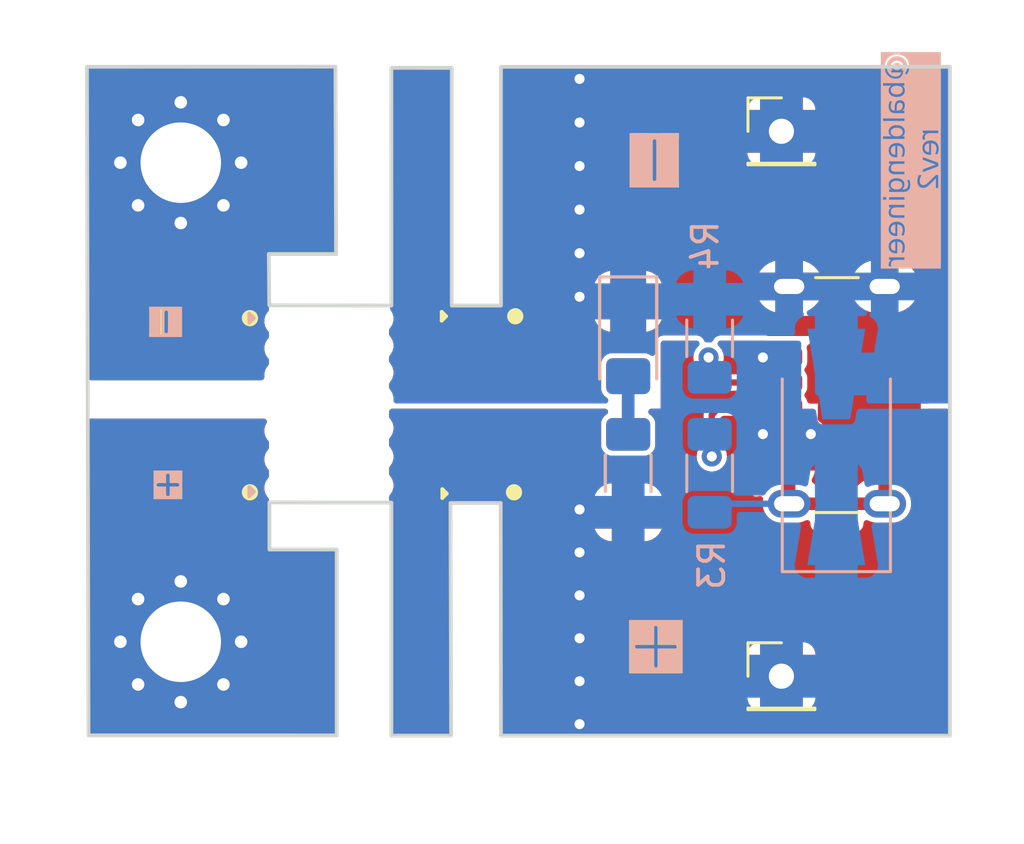
<source format=kicad_pcb>
(kicad_pcb (version 20240108) (generator "pcbnew") (generator_version "8.0")
  (title_block (title "Banana to USB-C") (date "2024-04-06") (rev "2") (company "@baldengineer"))
  (layers (0 "F.Cu" signal) (31 "B.Cu" signal) (34 "B.Paste" user) (35 "F.Paste" user) (36 "B.SilkS" user "B.Silkscreen") (37 "F.SilkS" user "F.Silkscreen") (38 "B.Mask" user) (39 "F.Mask" user) (44 "Edge.Cuts" user))
  (net 0 "")
  (net 1 "GND")
  (net 2 "/Positive")
  (net 3 "Net-(D1-A)")
  (net 4 "Net-(D2-A)")
  (net 5 "Net-(J1-CC2)")
  (net 6 "Net-(J1-CC1)")
  (footprint "" (layer "F.Cu") (at 136.89 96.122884)
    (property "Reference" "" (at 0 0 0) (layer "F.SilkS") (effects (font (size 1.27 1.27))))
    (property "Value" "" (at 0 0 0) (layer "F.SilkS") (effects (font (size 1.27 1.27))))
    (pad "" np_thru_hole circle (at 0 0) (size 0.635 0.635) (drill 0.635) (layers "F&B.Cu" "*.Mask"))
  )
  (footprint "My Libraries:25mil_Hole" (layer "F.Cu") (at 133.018494 99.55)
    (property "Reference" "REF**" (hide yes))
    (property "Value" "25mil_Hole")
    (pad "" np_thru_hole circle (at -0.127 -0.2032) (size 0.635 0.635) (drill 0.635) (layers "F&B.Cu" "*.Mask"))
  )
  (footprint "Connector_PinHeader_2.54mm:PinHeader_1x01_P2.54mm_Vertical" (layer "F.Cu") (at 152.8826 88.6714)
    (property "Reference" "J3" (hide yes))
    (property "Value" "Negative")
    (fp_line (start -1.33 -1.33) (end 0 -1.33) (stroke (width 0.12)) (layer "F.SilkS"))
    (fp_line (start -1.33 0) (end -1.33 -1.33) (stroke (width 0.12)) (layer "F.SilkS"))
    (fp_line (start -1.33 1.27) (end -1.33 1.33) (stroke (width 0.12)) (layer "F.SilkS"))
    (fp_line (start -1.33 1.27) (end 1.33 1.27) (stroke (width 0.12)) (layer "F.SilkS"))
    (fp_line (start -1.33 1.33) (end 1.33 1.33) (stroke (width 0.12)) (layer "F.SilkS"))
    (fp_line (start 1.33 1.27) (end 1.33 1.33) (stroke (width 0.12)) (layer "F.SilkS"))
    (pad "1" thru_hole rect (at 0 0) (size 1.7 1.7) (drill 1) (layers "*.Cu" "*.Mask") (net 1 "GND"))
  )
  (footprint "My Libraries:25mil_Hole" (layer "F.Cu") (at 133.018494 103.056308)
    (property "Reference" "REF**" (hide yes))
    (property "Value" "25mil_Hole")
    (pad "" np_thru_hole circle (at -0.127 -0.2032) (size 0.635 0.635) (drill 0.635) (layers "F&B.Cu" "*.Mask"))
  )
  (footprint "MountingHole:MountingHole_3.2mm_M3_Pad_Via" (layer "F.Cu") (at 129.000138 108.96825)
    (property "Reference" "H1" (hide yes))
    (property "Value" "Positive")
    (pad "1" thru_hole circle (at -2.4 0) (size 0.8 0.8) (drill 0.5) (layers "*.Cu" "*.Mask") (net 2 "/Positive"))
    (pad "1" thru_hole circle (at -1.697056 -1.697056) (size 0.8 0.8) (drill 0.5) (layers "*.Cu" "*.Mask") (net 2 "/Positive"))
    (pad "1" thru_hole circle (at -1.697056 1.697056) (size 0.8 0.8) (drill 0.5) (layers "*.Cu" "*.Mask") (net 2 "/Positive"))
    (pad "1" thru_hole circle (at 0 -2.4) (size 0.8 0.8) (drill 0.5) (layers "*.Cu" "*.Mask") (net 2 "/Positive"))
    (pad "1" thru_hole circle (at 0 0) (size 6.4 6.4) (drill 3.2) (layers "*.Cu" "*.Mask") (net 2 "/Positive"))
    (pad "1" thru_hole circle (at 0 2.4) (size 0.8 0.8) (drill 0.5) (layers "*.Cu" "*.Mask") (net 2 "/Positive"))
    (pad "1" thru_hole circle (at 1.697056 -1.697056) (size 0.8 0.8) (drill 0.5) (layers "*.Cu" "*.Mask") (net 2 "/Positive"))
    (pad "1" thru_hole circle (at 1.697056 1.697056) (size 0.8 0.8) (drill 0.5) (layers "*.Cu" "*.Mask") (net 2 "/Positive"))
    (pad "1" thru_hole circle (at 2.4 0) (size 0.8 0.8) (drill 0.5) (layers "*.Cu" "*.Mask") (net 2 "/Positive"))
  )
  (footprint "My Libraries:25mil_Hole" (layer "F.Cu") (at 133.018494 96.43124)
    (property "Reference" "REF**" (hide yes))
    (property "Value" "25mil_Hole")
    (pad "" np_thru_hole circle (at -0.127 -0.2032) (size 0.635 0.635) (drill 0.635) (layers "F&B.Cu" "*.Mask"))
  )
  (footprint "My Libraries:25mil_Hole" (layer "F.Cu") (at 128.427 99.4932)
    (property "Reference" "REF**" (hide yes))
    (property "Value" "25mil_Hole")
    (pad "" np_thru_hole circle (at -0.127 -0.2032) (size 0.635 0.635) (drill 0.635) (layers "F&B.Cu" "*.Mask"))
  )
  (footprint "My Libraries:25mil_Hole" (layer "F.Cu") (at 127.265494 99.4932)
    (property "Reference" "REF**" (hide yes))
    (property "Value" "25mil_Hole")
    (pad "" np_thru_hole circle (at -0.127 -0.2032) (size 0.635 0.635) (drill 0.635) (layers "F&B.Cu" "*.Mask"))
  )
  (footprint "My Libraries:25mil_Hole" (layer "F.Cu") (at 129.588506 99.4932)
    (property "Reference" "REF**" (hide yes))
    (property "Value" "25mil_Hole")
    (pad "" np_thru_hole circle (at -0.127 -0.2032) (size 0.635 0.635) (drill 0.635) (layers "F&B.Cu" "*.Mask"))
  )
  (footprint "Connector_PinHeader_2.54mm:PinHeader_1x01_P2.54mm_Vertical" (layer "F.Cu") (at 152.8826 110.3376)
    (property "Reference" "J2" (hide yes))
    (property "Value" "Positive")
    (fp_line (start -1.33 -1.33) (end 0 -1.33) (stroke (width 0.12)) (layer "F.SilkS"))
    (fp_line (start -1.33 0) (end -1.33 -1.33) (stroke (width 0.12)) (layer "F.SilkS"))
    (fp_line (start -1.33 1.27) (end -1.33 1.33) (stroke (width 0.12)) (layer "F.SilkS"))
    (fp_line (start -1.33 1.27) (end 1.33 1.27) (stroke (width 0.12)) (layer "F.SilkS"))
    (fp_line (start -1.33 1.33) (end 1.33 1.33) (stroke (width 0.12)) (layer "F.SilkS"))
    (fp_line (start 1.33 1.27) (end 1.33 1.33) (stroke (width 0.12)) (layer "F.SilkS"))
    (pad "1" thru_hole rect (at 0 0) (size 1.7 1.7) (drill 1) (layers "*.Cu" "*.Mask") (net 2 "/Positive"))
  )
  (footprint "My Libraries:25mil_Hole" (layer "F.Cu") (at 130.750012 99.4932)
    (property "Reference" "REF**" (hide yes))
    (property "Value" "25mil_Hole")
    (pad "" np_thru_hole circle (at -0.127 -0.2032) (size 0.635 0.635) (drill 0.635) (layers "F&B.Cu" "*.Mask"))
  )
  (footprint "Resistor_SMD:R_1206_3216Metric_Pad1.30x1.75mm_HandSolder" (layer "F.Cu") (at 146.79 102.27 90)
    (property "Reference" "R1" (hide yes))
    (property "Value" "1k")
    (fp_line (start -0.727064 -0.91) (end 0.727064 -0.91) (stroke (width 0.12)) (layer "F.SilkS"))
    (fp_line (start -0.727064 0.91) (end 0.727064 0.91) (stroke (width 0.12)) (layer "F.SilkS"))
    (pad "1" smd roundrect (at -1.55 0 90) (size 1.3 1.75) (layers "F.Cu" "F.Paste" "F.Mask") (roundrect_rratio 0.192308) (net 2 "/Positive"))
    (pad "2" smd roundrect (at 1.55 0 90) (size 1.3 1.75) (layers "F.Cu" "F.Paste" "F.Mask") (roundrect_rratio 0.192308) (net 3 "Net-(D1-A)"))
  )
  (footprint "My Libraries:25mil_Hole" (layer "F.Cu") (at 133.018494 100.783356)
    (property "Reference" "REF**" (hide yes))
    (property "Value" "25mil_Hole")
    (pad "" np_thru_hole circle (at -0.127 -0.2032) (size 0.635 0.635) (drill 0.635) (layers "F&B.Cu" "*.Mask"))
  )
  (footprint "Connector_USB:USB_C_Receptacle_GCT_USB4125-xx-x_6P_TopMnt_Horizontal" (layer "F.Cu") (at 156.19 99.16 90)
    (property "Reference" "J1" (hide yes))
    (property "Value" "USB4125-GF-A-0190")
    (fp_line (start 4.67 -0.25) (end 4.67 -1.95) (stroke (width 0.12)) (layer "F.SilkS"))
    (fp_line (start -4.67 -0.25) (end -4.67 -1.95) (stroke (width 0.12)) (layer "F.SilkS"))
    (pad "A5" smd roundrect (at -0.5 -3.08 90) (size 0.7 1.2) (layers "F.Cu" "F.Paste" "F.Mask") (net 6 "Net-(J1-CC1)"))
    (pad "A9" smd roundrect (at 1.52 -3.08 270) (size 0.76 1.2) (layers "F.Cu" "F.Paste" "F.Mask") (net 2 "/Positive"))
    (pad "A12" smd roundrect (at 2.75 -3.08 270) (size 0.8 1.2) (layers "F.Cu" "F.Paste" "F.Mask") (net 1 "GND"))
    (pad "B5" smd roundrect (at 0.5 -3.08 270) (size 0.7 1.2) (layers "F.Cu" "F.Paste" "F.Mask") (net 5 "Net-(J1-CC2)"))
    (pad "B9" smd roundrect (at -1.52 -3.08 90) (size 0.76 1.2) (layers "F.Cu" "F.Paste" "F.Mask") (net 2 "/Positive"))
    (pad "B12" smd roundrect (at -2.75 -3.08 90) (size 0.8 1.2) (layers "F.Cu" "F.Paste" "F.Mask") (net 1 "GND"))
    (pad "S1" thru_hole oval (at -4.32 -3 90) (size 1.1 1.7) (drill oval 0.6 1.2) (layers "*.Cu" "*.Mask" "F.Paste") (net 1 "GND"))
    (pad "S1" thru_hole oval (at -4.32 0.8 90) (size 1.1 1.7) (drill oval 0.6 1.2) (layers "*.Cu" "*.Mask" "F.Paste") (net 1 "GND"))
    (pad "S1" thru_hole oval (at 4.32 -3 90) (size 1.1 1.7) (drill oval 0.6 1.2) (layers "*.Cu" "*.Mask" "F.Paste") (net 1 "GND"))
    (pad "S1" thru_hole oval (at 4.32 0.8 90) (size 1.1 1.7) (drill oval 0.6 1.2) (layers "*.Cu" "*.Mask" "F.Paste") (net 1 "GND"))
  )
  (footprint "My Libraries:25mil_Hole" (layer "F.Cu") (at 131.911518 99.4932)
    (property "Reference" "REF**" (hide yes))
    (property "Value" "25mil_Hole")
    (pad "" np_thru_hole circle (at -0.127 -0.2032) (size 0.635 0.635) (drill 0.635) (layers "F&B.Cu" "*.Mask"))
  )
  (footprint "" (layer "F.Cu") (at 136.89 102.747952)
    (property "Reference" "" (at 0 0 0) (layer "F.SilkS") (effects (font (size 1.27 1.27))))
    (property "Value" "" (at 0 0 0) (layer "F.SilkS") (effects (font (size 1.27 1.27))))
    (pad "" np_thru_hole circle (at 0 0) (size 0.635 0.635) (drill 0.635) (layers "F&B.Cu" "*.Mask"))
  )
  (footprint "My Libraries:25mil_Hole" (layer "F.Cu") (at 126.103988 99.4932)
    (property "Reference" "REF**" (hide yes))
    (property "Value" "25mil_Hole")
    (pad "" np_thru_hole circle (at -0.127 -0.2032) (size 0.635 0.635) (drill 0.635) (layers "F&B.Cu" "*.Mask"))
  )
  (footprint "MountingHole:MountingHole_3.2mm_M3_Pad_Via" (layer "F.Cu") (at 129.000138 89.91825)
    (property "Reference" "H2" (hide yes))
    (property "Value" "Negative")
    (pad "1" thru_hole circle (at -2.4 0) (size 0.8 0.8) (drill 0.5) (layers "*.Cu" "*.Mask") (net 1 "GND"))
    (pad "1" thru_hole circle (at -1.697056 -1.697056) (size 0.8 0.8) (drill 0.5) (layers "*.Cu" "*.Mask") (net 1 "GND"))
    (pad "1" thru_hole circle (at -1.697056 1.697056) (size 0.8 0.8) (drill 0.5) (layers "*.Cu" "*.Mask") (net 1 "GND"))
    (pad "1" thru_hole circle (at 0 -2.4) (size 0.8 0.8) (drill 0.5) (layers "*.Cu" "*.Mask") (net 1 "GND"))
    (pad "1" thru_hole circle (at 0 0) (size 6.4 6.4) (drill 3.2) (layers "*.Cu" "*.Mask") (net 1 "GND"))
    (pad "1" thru_hole circle (at 0 2.4) (size 0.8 0.8) (drill 0.5) (layers "*.Cu" "*.Mask") (net 1 "GND"))
    (pad "1" thru_hole circle (at 1.697056 -1.697056) (size 0.8 0.8) (drill 0.5) (layers "*.Cu" "*.Mask") (net 1 "GND"))
    (pad "1" thru_hole circle (at 1.697056 1.697056) (size 0.8 0.8) (drill 0.5) (layers "*.Cu" "*.Mask") (net 1 "GND"))
    (pad "1" thru_hole circle (at 2.4 0) (size 0.8 0.8) (drill 0.5) (layers "*.Cu" "*.Mask") (net 1 "GND"))
  )
  (footprint "" (layer "F.Cu") (at 136.89 97.194764)
    (property "Reference" "" (at 0 0 0) (layer "F.SilkS") (effects (font (size 1.27 1.27))))
    (property "Value" "" (at 0 0 0) (layer "F.SilkS") (effects (font (size 1.27 1.27))))
    (pad "" np_thru_hole circle (at 0 0) (size 0.635 0.635) (drill 0.635) (layers "F&B.Cu" "*.Mask"))
  )
  (footprint "My Libraries:25mil_Hole" (layer "F.Cu") (at 133.018494 97.50312)
    (property "Reference" "REF**" (hide yes))
    (property "Value" "25mil_Hole")
    (pad "" np_thru_hole circle (at -0.127 -0.2032) (size 0.635 0.635) (drill 0.635) (layers "F&B.Cu" "*.Mask"))
  )
  (footprint "" (layer "F.Cu") (at 136.89 99.313124)
    (property "Reference" "" (at 0 0 0) (layer "F.SilkS") (effects (font (size 1.27 1.27))))
    (property "Value" "" (at 0 0 0) (layer "F.SilkS") (effects (font (size 1.27 1.27))))
    (pad "" np_thru_hole circle (at 0 0) (size 0.635 0.635) (drill 0.635) (layers "F&B.Cu" "*.Mask"))
  )
  (footprint "" (layer "F.Cu") (at 136.89 101.611476)
    (property "Reference" "" (at 0 0 0) (layer "F.SilkS") (effects (font (size 1.27 1.27))))
    (property "Value" "" (at 0 0 0) (layer "F.SilkS") (effects (font (size 1.27 1.27))))
    (pad "" np_thru_hole circle (at 0 0) (size 0.635 0.635) (drill 0.635) (layers "F&B.Cu" "*.Mask"))
  )
  (footprint "My Libraries:25mil_Hole" (layer "F.Cu") (at 133.018494 101.919832)
    (property "Reference" "REF**" (hide yes))
    (property "Value" "25mil_Hole")
    (pad "" np_thru_hole circle (at -0.127 -0.2032) (size 0.635 0.635) (drill 0.635) (layers "F&B.Cu" "*.Mask"))
  )
  (footprint "" (layer "F.Cu") (at 136.89 98.266644)
    (property "Reference" "" (at 0 0 0) (layer "F.SilkS") (effects (font (size 1.27 1.27))))
    (property "Value" "" (at 0 0 0) (layer "F.SilkS") (effects (font (size 1.27 1.27))))
    (pad "" np_thru_hole circle (at 0 0) (size 0.635 0.635) (drill 0.635) (layers "F&B.Cu" "*.Mask"))
  )
  (footprint "My Libraries:25mil_Hole" (layer "F.Cu") (at 133.018494 98.575)
    (property "Reference" "REF**" (hide yes))
    (property "Value" "25mil_Hole")
    (pad "" np_thru_hole circle (at -0.127 -0.2032) (size 0.635 0.635) (drill 0.635) (layers "F&B.Cu" "*.Mask"))
  )
  (footprint "" (layer "F.Cu") (at 136.89 100.475)
    (property "Reference" "" (at 0 0 0) (layer "F.SilkS") (effects (font (size 1.27 1.27))))
    (property "Value" "" (at 0 0 0) (layer "F.SilkS") (effects (font (size 1.27 1.27))))
    (pad "" np_thru_hole circle (at 0 0) (size 0.635 0.635) (drill 0.635) (layers "F&B.Cu" "*.Mask"))
  )
  (footprint "LED_SMD:LED_1206_3216Metric_Pad1.42x1.75mm_HandSolder" (layer "F.Cu") (at 146.79 96.92 -90)
    (property "Reference" "D1" (hide yes))
    (property "Value" "Green")
    (fp_line (start -2.46 1.135) (end 1.6 1.135) (stroke (width 0.12)) (layer "F.SilkS"))
    (fp_line (start -2.46 -1.135) (end -2.46 1.135) (stroke (width 0.12)) (layer "F.SilkS"))
    (fp_line (start 1.6 -1.135) (end -2.46 -1.135) (stroke (width 0.12)) (layer "F.SilkS"))
    (pad "1" smd roundrect (at -1.4875 0 270) (size 1.425 1.75) (layers "F.Cu" "F.Paste" "F.Mask") (roundrect_rratio 0.175439) (net 1 "GND"))
    (pad "2" smd roundrect (at 1.4875 0 270) (size 1.425 1.75) (layers "F.Cu" "F.Paste" "F.Mask") (roundrect_rratio 0.175439) (net 3 "Net-(D1-A)"))
  )
  (footprint "Resistor_SMD:R_1206_3216Metric_Pad1.30x1.75mm_HandSolder" (layer "B.Cu") (at 146.79 102.27 90)
    (property "Reference" "R2" (hide yes))
    (property "Value" "1k")
    (fp_line (start 0.727064 -0.91) (end -0.727064 -0.91) (stroke (width 0.12)) (layer "B.SilkS"))
    (fp_line (start 0.727064 0.91) (end -0.727064 0.91) (stroke (width 0.12)) (layer "B.SilkS"))
    (pad "1" smd roundrect (at -1.55 0 90) (size 1.3 1.75) (layers "B.Cu" "B.Paste" "B.Mask") (roundrect_rratio 0.192308) (net 2 "/Positive"))
    (pad "2" smd roundrect (at 1.55 0 90) (size 1.3 1.75) (layers "B.Cu" "B.Paste" "B.Mask") (roundrect_rratio 0.192308) (net 4 "Net-(D2-A)"))
  )
  (footprint "Resistor_SMD:R_1206_3216Metric_Pad1.30x1.75mm_HandSolder" (layer "B.Cu") (at 150.03 96.901 90)
    (property "Reference" "R4" (at 3.686 -0.17 -90) (layer "B.SilkS") (effects (justify mirror)))
    (property "Value" "5k1")
    (fp_line (start 0.727064 -0.91) (end -0.727064 -0.91) (stroke (width 0.12)) (layer "B.SilkS"))
    (fp_line (start 0.727064 0.91) (end -0.727064 0.91) (stroke (width 0.12)) (layer "B.SilkS"))
    (pad "1" smd roundrect (at -1.55 0 90) (size 1.3 1.75) (layers "B.Cu" "B.Paste" "B.Mask") (roundrect_rratio 0.192308) (net 5 "Net-(J1-CC2)"))
    (pad "2" smd roundrect (at 1.55 0 90) (size 1.3 1.75) (layers "B.Cu" "B.Paste" "B.Mask") (roundrect_rratio 0.192308) (net 1 "GND"))
  )
  (footprint "Diode_SMD:D_SMA-SMB_Universal_Handsoldering" (layer "B.Cu") (at 155.067 101.219 90)
    (property "Reference" "D3" (hide yes))
    (property "Value" "SMBJ6.0A")
    (fp_line (start 2.7 -2.15) (end -4.96 -2.15) (stroke (width 0.12)) (layer "B.SilkS"))
    (fp_line (start -4.96 -2.15) (end -4.96 2.15) (stroke (width 0.12)) (layer "B.SilkS"))
    (fp_line (start 2.7 2.15) (end -4.96 2.15) (stroke (width 0.12)) (layer "B.SilkS"))
    (pad "1" smd trapezoid (at -2.9 0 90) (size 3.6 1.7) (rect_delta 0.6 0) (layers "B.Cu" "B.Paste" "B.Mask") (net 2 "/Positive"))
    (pad "2" smd trapezoid (at 2.9 0 270) (size 3.6 1.7) (rect_delta 0.6 0) (layers "B.Cu" "B.Paste" "B.Mask") (net 1 "GND"))
  )
  (footprint "LED_SMD:LED_1206_3216Metric_Pad1.42x1.75mm_HandSolder" (layer "B.Cu") (at 146.79 96.92 -90)
    (property "Reference" "D2" (hide yes))
    (property "Value" "Green")
    (fp_line (start -2.46 1.135) (end 1.6 1.135) (stroke (width 0.12)) (layer "B.SilkS"))
    (fp_line (start -2.46 -1.135) (end -2.46 1.135) (stroke (width 0.12)) (layer "B.SilkS"))
    (fp_line (start 1.6 -1.135) (end -2.46 -1.135) (stroke (width 0.12)) (layer "B.SilkS"))
    (pad "1" smd roundrect (at -1.4875 0 270) (size 1.425 1.75) (layers "B.Cu" "B.Paste" "B.Mask") (roundrect_rratio 0.175439) (net 1 "GND"))
    (pad "2" smd roundrect (at 1.4875 0 270) (size 1.425 1.75) (layers "B.Cu" "B.Paste" "B.Mask") (roundrect_rratio 0.175439) (net 4 "Net-(D2-A)"))
  )
  (footprint "Resistor_SMD:R_1206_3216Metric_Pad1.30x1.75mm_HandSolder" (layer "B.Cu") (at 150.03 102.27 -90)
    (property "Reference" "R3" (at 3.648 -0.084 90) (layer "B.SilkS") (effects (justify mirror)))
    (property "Value" "5k1")
    (fp_line (start 0.727064 0.91) (end -0.727064 0.91) (stroke (width 0.12)) (layer "B.SilkS"))
    (fp_line (start 0.727064 -0.91) (end -0.727064 -0.91) (stroke (width 0.12)) (layer "B.SilkS"))
    (pad "1" smd roundrect (at -1.55 0 270) (size 1.3 1.75) (layers "B.Cu" "B.Paste" "B.Mask") (roundrect_rratio 0.192308) (net 6 "Net-(J1-CC1)"))
    (pad "2" smd roundrect (at 1.55 0 270) (size 1.3 1.75) (layers "B.Cu" "B.Paste" "B.Mask") (roundrect_rratio 0.192308) (net 1 "GND"))
  )
  (gr_rect (start 127.75 95.65) (end 129.05 95.75) (fill solid) (layer "B.SilkS"))
  (gr_rect (start 127.75 96.75) (end 129.05 96.85) (fill solid) (layer "B.SilkS"))
  (gr_line (start 131.725 95.925) (end 131.725 96.275) (stroke (width 0.15)) (layer "B.SilkS"))
  (gr_line (start 131.725 95.95) (end 131.725 95.925) (stroke (width 0.15)) (layer "B.SilkS"))
  (gr_line (start 131.725 103.175) (end 131.9 103) (stroke (width 0.15)) (layer "B.SilkS"))
  (gr_line (start 131.725 96.275) (end 131.9 96.1) (stroke (width 0.15)) (layer "B.SilkS"))
  (gr_line (start 131.725 95.925) (end 131.9 96.1) (stroke (width 0.15)) (layer "B.SilkS"))
  (gr_line (start 131.725 102.825) (end 131.725 103.175) (stroke (width 0.15)) (layer "B.SilkS"))
  (gr_rect (start 127.75 95.675) (end 128.2 96.825) (fill solid) (layer "B.SilkS"))
  (gr_rect (start 146.85 88.75) (end 147.55 90.9) (fill solid) (layer "B.SilkS"))
  (gr_rect (start 128.55 95.675) (end 129.05 96.825) (fill solid) (layer "B.SilkS"))
  (gr_line (start 131.725 102.85) (end 131.725 102.825) (stroke (width 0.15)) (layer "B.SilkS"))
  (gr_rect (start 148.1 88.75) (end 148.8 90.9) (fill solid) (layer "B.SilkS"))
  (gr_rect (start 146.85 90.7) (end 148.75 90.9) (fill solid) (layer "B.SilkS"))
  (gr_rect (start 146.85 88.75) (end 148.75 88.95) (fill solid) (layer "B.SilkS"))
  (gr_line (start 131.725 102.825) (end 131.9 103) (stroke (width 0.15)) (layer "B.SilkS"))
  (gr_rect (start 128.6 95.675) (end 129.05 96.825) (fill solid) (layer "F.SilkS"))
  (gr_rect (start 146.9 90.7) (end 148.8 90.9) (fill solid) (layer "F.SilkS"))
  (gr_rect (start 127.75 95.65) (end 129.05 95.75) (fill solid) (layer "F.SilkS"))
  (gr_rect (start 127.75 95.675) (end 128.25 96.825) (fill solid) (layer "F.SilkS"))
  (gr_line (start 139.575 103.075) (end 139.4 103.25) (stroke (width 0.15)) (layer "F.SilkS"))
  (gr_circle (center 131.75 96.1) (end 131.997487 96.1) (stroke (width 0.15)) (fill solid) (layer "F.SilkS"))
  (gr_rect (start 127.75 96.75) (end 129.05 96.85) (fill solid) (layer "F.SilkS"))
  (gr_circle (center 131.75 103.025) (end 131.997487 103.025) (stroke (width 0.15)) (fill solid) (layer "F.SilkS"))
  (gr_circle (center 142.3 96.025) (end 142.547487 96.025) (stroke (width 0.15)) (fill solid) (layer "F.SilkS"))
  (gr_line (start 139.375 95.85) (end 139.375 96.2) (stroke (width 0.15)) (layer "F.SilkS"))
  (gr_rect (start 146.9 88.75) (end 148.8 88.95) (fill solid) (layer "F.SilkS"))
  (gr_line (start 139.575 103.075) (end 139.4 102.9) (stroke (width 0.15)) (layer "F.SilkS"))
  (gr_circle (center 142.25 103.025) (end 142.497487 103.025) (stroke (width 0.15)) (fill solid) (layer "F.SilkS"))
  (gr_rect (start 148.1 88.75) (end 148.8 90.9) (fill solid) (layer "F.SilkS"))
  (gr_line (start 139.4 103.25) (end 139.4 103.225) (stroke (width 0.15)) (layer "F.SilkS"))
  (gr_line (start 139.55 96.025) (end 139.375 95.85) (stroke (width 0.15)) (layer "F.SilkS"))
  (gr_rect (start 146.85 88.75) (end 147.55 90.9) (fill solid) (layer "F.SilkS"))
  (gr_line (start 139.4 102.9) (end 139.4 103.25) (stroke (width 0.15)) (layer "F.SilkS"))
  (gr_line (start 139.55 96.025) (end 139.375 96.2) (stroke (width 0.15)) (layer "F.SilkS"))
  (gr_line (start 139.375 96.2) (end 139.375 96.175) (stroke (width 0.15)) (layer "F.SilkS"))
  (gr_poly (pts (xy 125.2702 86.106) (xy 135.15 86.1) (xy 135.175 93.5482) (xy 132.5 93.5482) (xy 132.517627 95.590973) (xy 137.375 95.6) (xy 137.373381 86.149359) (xy 139.775 86.15) (xy 139.775012 94.8) (xy 139.775 95.6) (xy 141.732 95.6) (xy 141.732 86.106) (xy 159.581 86.106) (xy 159.581 112.6998) (xy 141.732 112.6998) (xy 141.720678 103.45) (xy 139.725 103.45) (xy 139.75 112.7) (xy 137.375 112.7) (xy 137.375709 103.4326) (xy 135.12 103.4326) (xy 132.525 103.425) (xy 132.525 105.3) (xy 135.2 105.3) (xy 135.2 112.689823) (xy 125.331349 112.689451)) (stroke (width 0.15)) (fill none) (layer "Edge.Cuts"))
  (gr_text "+" (at 149.237695 110.172505 0) (layer "B.SilkS" knockout) (effects (font (size 2 2)) (justify left bottom mirror)))
  (gr_text "-" (at 146.8246 91.1606 -90) (layer "B.SilkS" knockout) (effects (font (size 2 2)) (justify left bottom mirror)))
  (gr_text "@baldengineer\nrev2" (at 158.115 89.789 90) (layer "B.SilkS" knockout) (effects (font (size 0.8 0.8)) (justify mirror)))
  (gr_text "-" (at 128.4895 96.25 -90) (layer "B.SilkS" knockout) (effects (font (size 1 1)) (justify mirror)))
  (gr_text "+" (at 128.4895 102.65 0) (layer "B.SilkS" knockout) (effects (font (size 1 1)) (justify mirror)))
  (gr_text "+" (at 128.4895 102.656775 0) (layer "F.SilkS" knockout) (effects (font (size 1 1))))
  (gr_text "-" (at 148.85 91.15 90) (layer "F.SilkS" knockout) (effects (font (size 2 2)) (justify left bottom)))
  (gr_text "+" (at 146.55 110.1789 0) (layer "F.SilkS" knockout) (effects (font (size 2 2)) (justify left bottom)))
  (gr_text "-" (at 128.35 96.25 90) (layer "F.SilkS" knockout) (effects (font (size 1 1))))
  (segment (start 138.5 88.45) (end 138.5 91.25) (width 0.25) (layer "F.Cu") (net 1))
  (via (at 144.8562 86.5886) (size 0.8) (drill 0.4) (layers "F.Cu" "B.Cu") (net 1))
  (via (at 144.8562 95.25) (size 0.8) (drill 0.4) (layers "F.Cu" "B.Cu") (net 1))
  (via (at 144.8562 88.32088) (size 0.8) (drill 0.4) (layers "F.Cu" "B.Cu") (net 1))
  (via (at 144.8562 90.05316) (size 0.8) (drill 0.4) (layers "F.Cu" "B.Cu") (net 1))
  (via (at 144.8562 91.78544) (size 0.8) (drill 0.4) (layers "F.Cu" "B.Cu") (net 1))
  (via (at 144.8562 93.51772) (size 0.8) (drill 0.4) (layers "F.Cu" "B.Cu") (net 1))
  (segment (start 138.5 88.475) (end 138.5 91.275) (width 0.25) (layer "B.Cu") (net 1))
  (segment (start 153.19 103.48) (end 150.37 103.48) (width 0.25) (layer "B.Cu") (net 1))
  (segment (start 150.37 103.48) (end 150.03 103.82) (width 0.25) (layer "B.Cu") (net 1))
  (segment (start 154.02 100.68) (end 154.051 100.711) (width 0.25) (layer "F.Cu") (net 2))
  (segment (start 152.169 97.64) (end 152.146 97.663) (width 0.25) (layer "F.Cu") (net 2))
  (segment (start 153.11 100.68) (end 152.177 100.68) (width 0.25) (layer "F.Cu") (net 2))
  (segment (start 153.11 100.68) (end 154.02 100.68) (width 0.25) (layer "F.Cu") (net 2))
  (segment (start 152.177 100.68) (end 152.146 100.711) (width 0.25) (layer "F.Cu") (net 2))
  (segment (start 153.11 97.64) (end 152.169 97.64) (width 0.25) (layer "F.Cu") (net 2))
  (via (at 154.051 100.711) (size 0.8) (drill 0.4) (layers "F.Cu" "B.Cu") (net 2))
  (via (at 144.8562 110.53572) (size 0.8) (drill 0.4) (layers "F.Cu" "B.Cu") (net 2))
  (via (at 144.8562 105.41508) (size 0.8) (drill 0.4) (layers "F.Cu" "B.Cu") (net 2))
  (via (at 152.146 97.663) (size 0.8) (drill 0.4) (layers "F.Cu" "B.Cu") (net 2))
  (via (at 144.8562 107.12196) (size 0.8) (drill 0.4) (layers "F.Cu" "B.Cu") (net 2))
  (via (at 144.8562 103.7082) (size 0.8) (drill 0.4) (layers "F.Cu" "B.Cu") (net 2))
  (via (at 144.8562 108.82884) (size 0.8) (drill 0.4) (layers "F.Cu" "B.Cu") (net 2))
  (via (at 144.8562 112.2426) (size 0.8) (drill 0.4) (layers "F.Cu" "B.Cu") (net 2))
  (via (at 152.146 100.711) (size 0.8) (drill 0.4) (layers "F.Cu" "B.Cu") (net 2))
  (segment (start 146.79 98.4075) (end 146.79 100.72) (width 0.5) (layer "F.Cu") (net 3))
  (segment (start 146.79 98.4075) (end 146.79 100.72) (width 0.5) (layer "B.Cu") (net 4))
  (segment (start 150.222 98.66) (end 149.987 98.425) (width 0.25) (layer "F.Cu") (net 5))
  (segment (start 153.11 98.66) (end 150.222 98.66) (width 0.25) (layer "F.Cu") (net 5))
  (segment (start 149.987 98.425) (end 149.987 97.663) (width 0.25) (layer "F.Cu") (net 5))
  (via (at 149.987 97.663) (size 0.8) (drill 0.4) (layers "F.Cu" "B.Cu") (net 5))
  (segment (start 149.987 98.408) (end 150.03 98.451) (width 0.25) (layer "B.Cu") (net 5))
  (segment (start 149.987 97.663) (end 149.987 98.408) (width 0.25) (layer "B.Cu") (net 5))
  (segment (start 150.114 98.116) (end 150.03 98.2) (width 0.25) (layer "B.Cu") (net 5))
  (segment (start 150.114 99.949) (end 150.114 101.6) (width 0.25) (layer "F.Cu") (net 6))
  (segment (start 150.403 99.66) (end 150.114 99.949) (width 0.25) (layer "F.Cu") (net 6))
  (segment (start 153.11 99.66) (end 150.403 99.66) (width 0.25) (layer "F.Cu") (net 6))
  (via (at 150.114 101.6) (size 0.8) (drill 0.4) (layers "F.Cu" "B.Cu") (net 6))
  (segment (start 150.114 100.804) (end 150.03 100.72) (width 0.25) (layer "B.Cu") (net 6))
  (segment (start 150.114 101.6) (end 150.114 100.804) (width 0.25) (layer "B.Cu") (net 6))
  (zone (net 1) (net_name "GND") (layer "F.Cu") (priority 3) (connect_pads (clearance 0)) (min_thickness 0.25) (fill yes (thermal_gap 0.5) (thermal_bridge_width 0.5))
    (polygon (pts (xy 151.765 101.219) (xy 154.305 101.219) (xy 154.432 93.853) (xy 158.496 93.853) (xy 158.369 104.394) (xy 151.765 104.394)))
  )
  (zone (net 2) (net_name "/Positive") (layers "F&B.Cu") (priority 1) (connect_pads yes (clearance 0)) (min_thickness 0.25) (fill yes (thermal_gap 0.5) (thermal_bridge_width 0.5) (island_removal_mode 1) (island_area_min 10))
    (polygon (pts (xy 124.55 116.55) (xy 124.55 105.8) (xy 125.575 104.775) (xy 132 104.775) (xy 133.225 106) (xy 133.225 113.675) (xy 130.975 115.925) (xy 124.875 115.925) (xy 124.875 116.225)))
  )
  (zone (net 2) (net_name "/Positive") (layers "F&B.Cu") (priority 1) (connect_pads (clearance 0)) (min_thickness 0.25) (fill yes (thermal_gap 0.254) (thermal_bridge_width 5))
    (polygon (pts (xy 148.082 96.994) (xy 153.67 96.994) (xy 153.67 102.616) (xy 148.082 102.616)))
  )
  (zone (net 1) (net_name "GND") (layers "F&B.Cu") (connect_pads yes (clearance 0)) (min_thickness 0.25) (fill yes (thermal_gap 0.5) (thermal_bridge_width 0.5) (island_removal_mode 1) (island_area_min 10))
    (polygon (pts (xy 125.1 83.475) (xy 133.325 83.475) (xy 133.325 92.575) (xy 131.875 94.025) (xy 125.125 94.025) (xy 124.9 94.25) (xy 124.45 93.8) (xy 124.45 83.925) (xy 124.925 83.45) (xy 125.125 83.45)))
  )
  (zone (net 2) (net_name "/Positive") (layers "F&B.Cu") (priority 1) (connect_pads (clearance 0)) (min_thickness 0.25) (fill yes (thermal_gap 0.5) (thermal_bridge_width 5) (island_removal_mode 1) (island_area_min 10))
    (polygon (pts (xy 162.55 114.675) (xy 162.55 99.8) (xy 162.45 99.7) (xy 122.5 99.7) (xy 122.5 113.725) (xy 123.45 114.675)))
  )
  (zone (net 1) (net_name "GND") (layers "F&B.Cu") (connect_pads (clearance 0)) (min_thickness 0.25) (fill yes (thermal_gap 0.5) (thermal_bridge_width 5) (island_removal_mode 1) (island_area_min 10))
    (polygon (pts (xy 123.55 84.85) (xy 160 84.85) (xy 160.8 85.65) (xy 160.8 99.5) (xy 123.975 99.5) (xy 122.8 98.325) (xy 122.8 85.6) (xy 123.5 84.9)))
  )
  (zone (net 0) (net_name "") (layers "F&B.Cu" "User.5") (connect_pads (clearance 0)) (min_thickness 0.254)
    (keepout (tracks not_allowed) (vias not_allowed) (pads allowed) (copperpour not_allowed) (footprints allowed))
    (fill (thermal_gap 0.254) (thermal_bridge_width 1.016) (island_removal_mode 2) (island_area_min 10))
    (polygon (pts (xy 132.50788 95.55705) (xy 137.28308 95.55705) (xy 137.28308 103.40565) (xy 132.50788 103.40565)))
  )
  (zone (net 0) (net_name "") (layers "F&B.Cu" "User.5") (connect_pads (clearance 0)) (min_thickness 0.254)
    (keepout (tracks not_allowed) (vias not_allowed) (pads allowed) (copperpour not_allowed) (footprints allowed))
    (fill (thermal_gap 0.254) (thermal_bridge_width 1.016) (island_removal_mode 2) (island_area_min 10))
    (polygon (pts (xy 125.118644 98.56965) (xy 136.096644 98.56965) (xy 136.096644 99.83965) (xy 136.096644 100.09365) (xy 125.118644 100.09365)))
  )
)
</source>
